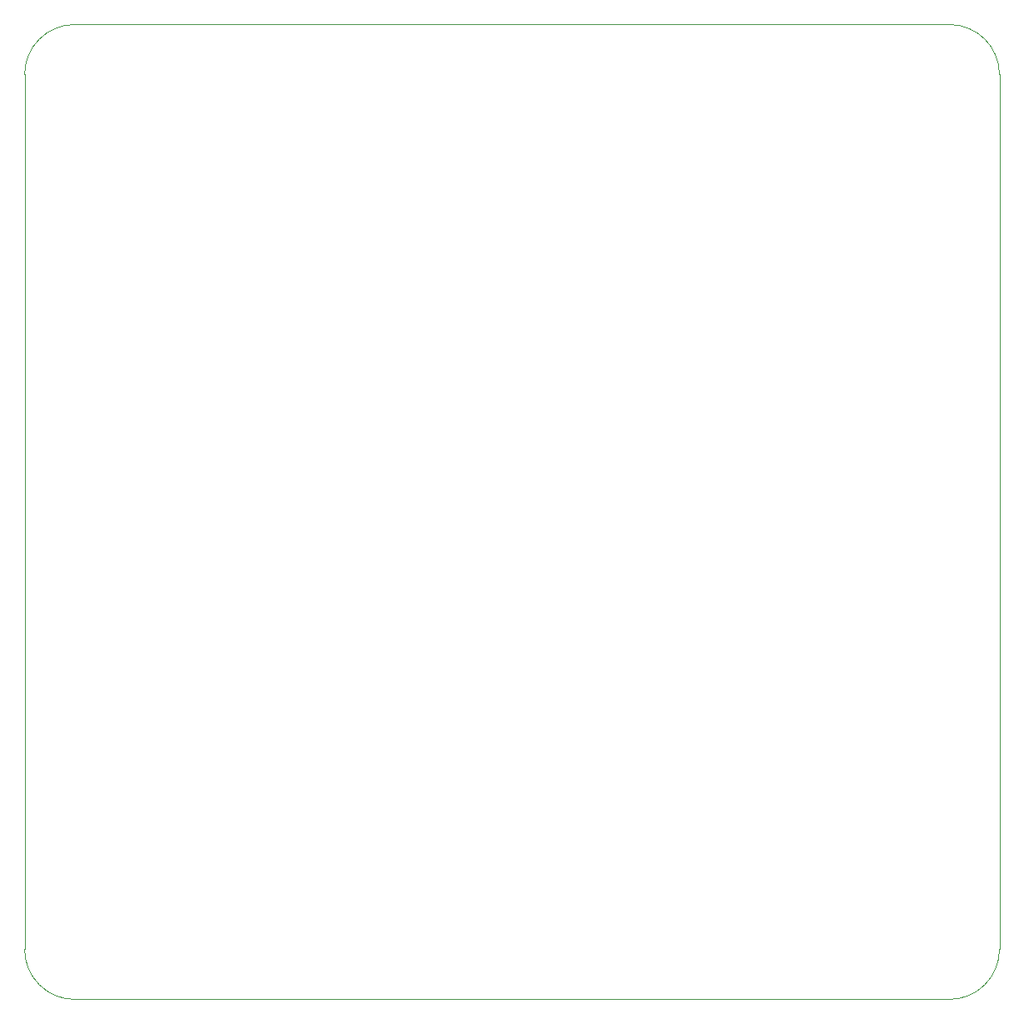
<source format=gbr>
G04 #@! TF.GenerationSoftware,KiCad,Pcbnew,5.1.6-c6e7f7d~86~ubuntu18.04.1*
G04 #@! TF.CreationDate,2020-06-20T09:49:41-04:00*
G04 #@! TF.ProjectId,dual_VCA,6475616c-5f56-4434-912e-6b696361645f,rev?*
G04 #@! TF.SameCoordinates,Original*
G04 #@! TF.FileFunction,Profile,NP*
%FSLAX46Y46*%
G04 Gerber Fmt 4.6, Leading zero omitted, Abs format (unit mm)*
G04 Created by KiCad (PCBNEW 5.1.6-c6e7f7d~86~ubuntu18.04.1) date 2020-06-20 09:49:41*
%MOMM*%
%LPD*%
G01*
G04 APERTURE LIST*
G04 #@! TA.AperFunction,Profile*
%ADD10C,0.050000*%
G04 #@! TD*
G04 APERTURE END LIST*
D10*
X226060000Y-144780000D02*
G75*
G02*
X220980000Y-149860000I-5080000J0D01*
G01*
X132080000Y-149860000D02*
G75*
G02*
X127000000Y-144780000I0J5080000D01*
G01*
X127000000Y-55880000D02*
G75*
G02*
X132080000Y-50800000I5080000J0D01*
G01*
X220980000Y-50800000D02*
G75*
G02*
X226060000Y-55880000I0J-5080000D01*
G01*
X220980000Y-50800000D02*
X132080000Y-50800000D01*
X226060000Y-144780000D02*
X226060000Y-55880000D01*
X132080000Y-149860000D02*
X220980000Y-149860000D01*
X127000000Y-55880000D02*
X127000000Y-144780000D01*
M02*

</source>
